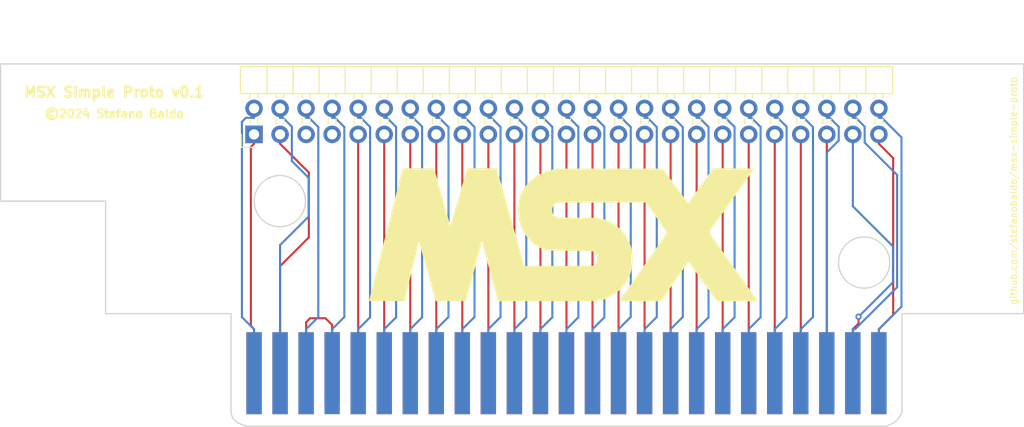
<source format=kicad_pcb>
(kicad_pcb (version 20240108) (generator "pcbnew") (generator_version "8.0")
  (title_block (title "MSX Simple Proto") (date "2024-07-05") (rev "0.1"))
  (layers (0 "F.Cu" signal) (31 "B.Cu" signal) (34 "B.Paste" user) (35 "F.Paste" user) (36 "B.SilkS" user "B.Silkscreen") (37 "F.SilkS" user "F.Silkscreen") (38 "B.Mask" user) (39 "F.Mask" user) (44 "Edge.Cuts" user))
  (net 0 "")
  (net 1 "-12V")
  (net 2 "+12V")
  (net 3 "RSV")
  (net 4 "D6")
  (net 5 "D4")
  (net 6 "D2")
  (net 7 "A4")
  (net 8 "D0")
  (net 9 "A2")
  (net 10 "A0")
  (net 11 "A13")
  (net 12 "A8")
  (net 13 "A6")
  (net 14 "A10")
  (net 15 "A15")
  (net 16 "+5V")
  (net 17 "D7")
  (net 18 "D5")
  (net 19 "D3")
  (net 20 "D1")
  (net 21 "A5")
  (net 22 "A3")
  (net 23 "A1")
  (net 24 "A14")
  (net 25 "A12")
  (net 26 "A7")
  (net 27 "A11")
  (net 28 "A9")
  (net 29 "/CS12")
  (net 30 "/CS1")
  (net 31 "/WAIT")
  (net 32 "/M1")
  (net 33 "/IORQ")
  (net 34 "/WR")
  (net 35 "/RESET")
  (net 36 "SOUNDIN")
  (net 37 "CLOCK")
  (net 38 "/RD")
  (net 39 "/MERQ")
  (net 40 "/BUSDIR")
  (net 41 "/INT")
  (net 42 "/RFSH")
  (net 43 "/SLTSL")
  (net 44 "/CS2")
  (net 45 "GND")
  (net 46 "SW")
  (footprint "MSXFPLib:MSX_CART_SW_Official" (layer "F.Cu") (at 151.71 99.66)
    (property "Reference" "CART1" (hide yes))
    (property "Value" "MSX_BUS" (hide yes))
    (fp_line (start -48.9 13.4) (end -48.9 0) (stroke (width 0.12)) (layer "Edge.Cuts"))
    (fp_line (start -48.9 13.4) (end -38.66 13.4) (stroke (width 0.12)) (layer "Edge.Cuts"))
    (fp_line (start -38.66 13.4) (end -38.66 24.388435) (stroke (width 0.12)) (layer "Edge.Cuts"))
    (fp_line (start -38.66 24.388435) (end -26.42 24.388435) (stroke (width 0.12)) (layer "Edge.Cuts"))
    (fp_line (start -26.42 34.091713) (end -26.42 24.388435) (stroke (width 0.12)) (layer "Edge.Cuts"))
    (fp_line (start -26.42 34.091713) (end -26.268836 34.609987) (stroke (width 0.12)) (layer "Edge.Cuts"))
    (fp_line (start -26.268836 34.609987) (end -25.815346 35.041883) (stroke (width 0.12)) (layer "Edge.Cuts"))
    (fp_line (start -25.815346 35.041883) (end -24.892279 35.390806) (stroke (width 0.12)) (layer "Edge.Cuts"))
    (fp_line (start -24.892279 35.390806) (end 37.500957 35.390806) (stroke (width 0.12)) (layer "Edge.Cuts"))
    (fp_line (start 37.500957 35.390806) (end 38.24498 35.044512) (stroke (width 0.12)) (layer "Edge.Cuts"))
    (fp_line (start 38.24498 35.044512) (end 38.647705 34.674006) (stroke (width 0.12)) (layer "Edge.Cuts"))
    (fp_line (start 38.647705 34.674006) (end 39.03 34.091713) (stroke (width 0.12)) (layer "Edge.Cuts"))
    (fp_line (start 39.03 24.388435) (end 39.03 34.091713) (stroke (width 0.12)) (layer "Edge.Cuts"))
    (fp_line (start 39.03 24.388435) (end 50.9 24.388435) (stroke (width 0.12)) (layer "Edge.Cuts"))
    (fp_line (start 50.9 0) (end -48.9 0) (stroke (width 0.12)) (layer "Edge.Cuts"))
    (fp_line (start 50.9 0) (end 50.9 24.388435) (stroke (width 0.12)) (layer "Edge.Cuts"))
    (fp_circle (center -21.66 13.4) (end -19.16 13.4) (stroke (width 0.12)) (fill none) (layer "Edge.Cuts"))
    (fp_circle (center 35.34 19.4) (end 37.84 19.4) (stroke (width 0.12)) (fill none) (layer "Edge.Cuts"))
    (pad "1" connect rect (at 36.782025 30.207202) (size 1.5 8) (layers "B.Cu" "B.Mask") (net 30 "/CS1"))
    (pad "2" connect rect (at 36.782025 30.207202) (size 1.5 8) (layers "F.Cu" "F.Mask") (net 44 "/CS2"))
    (pad "3" connect rect (at 34.242025 30.207202) (size 1.5 8) (layers "B.Cu" "B.Mask") (net 29 "/CS12"))
    (pad "4" connect rect (at 34.242025 30.207202) (size 1.5 8) (layers "F.Cu" "F.Mask") (net 43 "/SLTSL"))
    (pad "5" connect rect (at 31.702025 30.207202) (size 1.5 8) (layers "B.Cu" "B.Mask") (net 3 "RSV"))
    (pad "6" connect rect (at 31.702025 30.207202) (size 1.5 8) (layers "F.Cu" "F.Mask") (net 42 "/RFSH"))
    (pad "7" connect rect (at 29.162025 30.207202) (size 1.5 8) (layers "B.Cu" "B.Mask") (net 31 "/WAIT"))
    (pad "8" connect rect (at 29.162025 30.207202) (size 1.5 8) (layers "F.Cu" "F.Mask") (net 41 "/INT"))
    (pad "9" connect rect (at 26.622025 30.207202) (size 1.5 8) (layers "B.Cu" "B.Mask") (net 32 "/M1"))
    (pad "10" connect rect (at 26.622025 30.207202) (size 1.5 8) (layers "F.Cu" "F.Mask") (net 40 "/BUSDIR"))
    (pad "11" connect rect (at 24.082025 30.207202) (size 1.5 8) (layers "B.Cu" "B.Mask") (net 33 "/IORQ"))
    (pad "12" connect rect (at 24.082025 30.207202) (size 1.5 8) (layers "F.Cu" "F.Mask") (net 39 "/MERQ"))
    (pad "13" connect rect (at 21.542025 30.207202) (size 1.5 8) (layers "B.Cu" "B.Mask") (net 34 "/WR"))
    (pad "14" connect rect (at 21.542025 30.207202) (size 1.5 8) (layers "F.Cu" "F.Mask") (net 38 "/RD"))
    (pad "15" connect rect (at 19.002025 30.207202) (size 1.5 8) (layers "B.Cu" "B.Mask") (net 35 "/RESET"))
    (pad "16" connect rect (at 19.002025 30.207202) (size 1.5 8) (layers "F.Cu" "F.Mask") (net 3 "RSV"))
    (pad "17" connect rect (at 16.462025 30.207202) (size 1.5 8) (layers "B.Cu" "B.Mask") (net 28 "A9"))
    (pad "18" connect rect (at 16.462025 30.207202) (size 1.5 8) (layers "F.Cu" "F.Mask") (net 15 "A15"))
    (pad "19" connect rect (at 13.922025 30.207202) (size 1.5 8) (layers "B.Cu" "B.Mask") (net 27 "A11"))
    (pad "20" connect rect (at 13.922025 30.207202) (size 1.5 8) (layers "F.Cu" "F.Mask") (net 14 "A10"))
    (pad "21" connect rect (at 11.382025 30.207202) (size 1.5 8) (layers "B.Cu" "B.Mask") (net 26 "A7"))
    (pad "22" connect rect (at 11.382025 30.207202) (size 1.5 8) (layers "F.Cu" "F.Mask") (net 13 "A6"))
    (pad "23" connect rect (at 8.842025 30.207202) (size 1.5 8) (layers "B.Cu" "B.Mask") (net 25 "A12"))
    (pad "24" connect rect (at 8.842025 30.207202) (size 1.5 8) (layers "F.Cu" "F.Mask") (net 12 "A8"))
    (pad "25" connect rect (at 6.302025 30.207202) (size 1.5 8) (layers "B.Cu" "B.Mask") (net 24 "A14"))
    (pad "26" connect rect (at 6.302025 30.207202) (size 1.5 8) (layers "F.Cu" "F.Mask") (net 11 "A13"))
    (pad "27" connect rect (at 3.762025 30.207202) (size 1.5 8) (layers "B.Cu" "B.Mask") (net 23 "A1"))
    (pad "28" connect rect (at 3.762025 30.207202) (size 1.5 8) (layers "F.Cu" "F.Mask") (net 10 "A0"))
    (pad "29" connect rect (at 1.222025 30.207202) (size 1.5 8) (layers "B.Cu" "B.Mask") (net 22 "A3"))
    (pad "30" connect rect (at 1.222025 30.207202) (size 1.5 8) (layers "F.Cu" "F.Mask") (net 9 "A2"))
    (pad "31" connect rect (at -1.317975 30.207202) (size 1.5 8) (layers "B.Cu" "B.Mask") (net 21 "A5"))
    (pad "32" connect rect (at -1.317975 30.207202) (size 1.5 8) (layers "F.Cu" "F.Mask") (net 7 "A4"))
    (pad "33" connect rect (at -3.857975 30.207202) (size 1.5 8) (layers "B.Cu" "B.Mask") (net 20 "D1"))
    (pad "34" connect rect (at -3.857975 30.207202) (size 1.5 8) (layers "F.Cu" "F.Mask") (net 8 "D0"))
    (pad "35" connect rect (at -6.397975 30.207202) (size 1.5 8) (layers "B.Cu" "B.Mask") (net 19 "D3"))
    (pad "36" connect rect (at -6.397975 30.207202) (size 1.5 8) (layers "F.Cu" "F.Mask") (net 6 "D2"))
    (pad "37" connect rect (at -8.937975 30.207202) (size 1.5 8) (layers "B.Cu" "B.Mask") (net 18 "D5"))
    (pad "38" connect rect (at -8.937975 30.207202) (size 1.5 8) (layers "F.Cu" "F.Mask") (net 5 "D4"))
    (pad "39" connect rect (at -11.477975 30.207202) (size 1.5 8) (layers "B.Cu" "B.Mask") (net 17 "D7"))
    (pad "40" connect rect (at -11.477975 30.207202) (size 1.5 8) (layers "F.Cu" "F.Mask") (net 4 "D6"))
    (pad "41" connect rect (at -14.017975 30.207202) (size 1.5 8) (layers "B.Cu" "B.Mask") (net 45 "GND"))
    (pad "42" connect rect (at -14.017975 30.207202) (size 1.5 8) (layers "F.Cu" "F.Mask") (net 37 "CLOCK"))
    (pad "43" connect rect (at -16.557975 30.207202) (size 1.5 8) (layers "B.Cu" "B.Mask") (net 45 "GND"))
    (pad "44" connect rect (at -16.563467 29.69985) (size 1.5 7) (layers "F.Cu" "F.Mask") (net 46 "SW"))
    (pad "45" connect rect (at -19.097975 30.207202) (size 1.5 8) (layers "B.Cu" "B.Mask") (net 16 "+5V"))
    (pad "46" connect rect (at -19.097975 30.207202) (size 1.5 8) (layers "F.Cu" "F.Mask") (net 46 "SW"))
    (pad "47" connect rect (at -21.637975 30.207202) (size 1.5 8) (layers "B.Cu" "B.Mask") (net 16 "+5V"))
    (pad "48" connect rect (at -21.637975 30.207202) (size 1.5 8) (layers "F.Cu" "F.Mask") (net 2 "+12V"))
    (pad "49" connect rect (at -24.177975 30.207202) (size 1.5 8) (layers "B.Cu" "B.Mask") (net 36 "SOUNDIN"))
    (pad "50" connect rect (at -24.177975 30.207202) (size 1.5 8) (layers "F.Cu" "F.Mask") (net 1 "-12V"))
  )
  (footprint "Connector_PinHeader_2.54mm:PinHeader_2x25_P2.54mm_Horizontal" (layer "F.Cu") (at 127.532 106.54 90)
    (property "Reference" "CONN1" (hide yes))
    (property "Value" "PinHeader_2x25_P2.54mm_Horizontal" (hide yes))
    (fp_line (start 6.64 -1.33) (end 3.98 -1.33) (stroke (width 0.12)) (layer "F.SilkS"))
    (fp_line (start 3.98 -1.33) (end 3.98 62.29) (stroke (width 0.12)) (layer "F.SilkS"))
    (fp_line (start -1.27 -1.27) (end 0 -1.27) (stroke (width 0.12)) (layer "F.SilkS"))
    (fp_line (start 3.582929 -0.38) (end 3.98 -0.38) (stroke (width 0.12)) (layer "F.SilkS"))
    (fp_line (start 1.11 -0.38) (end 1.497071 -0.38) (stroke (width 0.12)) (layer "F.SilkS"))
    (fp_line (start -1.27 0) (end -1.27 -1.27) (stroke (width 0.12)) (layer "F.SilkS"))
    (fp_line (start 3.582929 0.38) (end 3.98 0.38) (stroke (width 0.12)) (layer "F.SilkS"))
    (fp_line (start 1.11 0.38) (end 1.497071 0.38) (stroke (width 0.12)) (layer "F.SilkS"))
    (fp_line (start 3.98 1.27) (end 6.64 1.27) (stroke (width 0.12)) (layer "F.SilkS"))
    (fp_line (start 3.582929 2.16) (end 3.98 2.16) (stroke (width 0.12)) (layer "F.SilkS"))
    (fp_line (start 1.042929 2.16) (end 1.497071 2.16) (stroke (width 0.12)) (layer "F.SilkS"))
    (fp_line (start 3.582929 2.92) (end 3.98 2.92) (stroke (width 0.12)) (layer "F.SilkS"))
    (fp_line (start 1.042929 2.92) (end 1.497071 2.92) (stroke (width 0.12)) (layer "F.SilkS"))
    (fp_line (start 3.98 3.81) (end 6.64 3.81) (stroke (width 0.12)) (layer "F.SilkS"))
    (fp_line (start 3.582929 4.7) (end 3.98 4.7) (stroke (width 0.12)) (layer "F.SilkS"))
    (fp_line (start 1.042929 4.7) (end 1.497071 4.7) (stroke (width 0.12)) (layer "F.SilkS"))
    (fp_line (start 3.582929 5.46) (end 3.98 5.46) (stroke (width 0.12)) (layer "F.SilkS"))
    (fp_line (start 1.042929 5.46) (end 1.497071 5.46) (stroke (width 0.12)) (layer "F.SilkS"))
    (fp_line (start 3.98 6.35) (end 6.64 6.35) (stroke (width 0.12)) (layer "F.SilkS"))
    (fp_line (start 3.582929 7.24) (end 3.98 7.24) (stroke (width 0.12)) (layer "F.SilkS"))
    (fp_line (start 1.042929 7.24) (end 1.497071 7.24) (stroke (width 0.12)) (layer "F.SilkS"))
    (fp_line (start 3.582929 8) (end 3.98 8) (stroke (width 0.12)) (layer "F.SilkS"))
    (fp_line (start 1.042929 8) (end 1.497071 8) (stroke (width 0.12)) (layer "F.SilkS"))
    (fp_line (start 3.98 8.89) (end 6.64 8.89) (stroke (width 0.12)) (layer "F.SilkS"))
    (fp_line (start 3.582929 9.78) (end 3.98 9.78) (stroke (width 0.12)) (layer "F.SilkS"))
    (fp_line (start 1.042929 9.78) (end 1.497071 9.78) (stroke (width 0.12)) (layer "F.SilkS"))
    (fp_line (start 3.582929 10.54) (end 3.98 10.54) (stroke (width 0.12)) (layer "F.SilkS"))
    (fp_line (start 1.042929 10.54) (end 1.497071 10.54) (stroke (width 0.12)) (layer "F.SilkS"))
    (fp_line (start 3.98 11.43) (end 6.64 11.43) (stroke (width 0.12)) (layer "F.SilkS"))
    (fp_line (start 3.582929 12.32) (end 3.98 12.32) (stroke (width 0.12)) (layer "F.SilkS"))
    (fp_line (start 1.042929 12.32) (end 1.497071 12.32) (stroke (width 0.12)) (layer "F.SilkS"))
    (fp_line (start 3.582929 13.08) (end 3.98 13.08) (stroke (width 0.12)) (layer "F.SilkS"))
    (fp_line (start 1.042929 13.08) (end 1.497071 13.08) (stroke (width 0.12)) (layer "F.SilkS"))
    (fp_line (start 3.98 13.97) (end 6.64 13.97) (stroke (width 0.12)) (layer "F.SilkS"))
    (fp_line (start 3.582929 14.86) (end 3.98 14.86) (stroke (width 0.12)) (layer "F.SilkS"))
    (fp_line (start 1.042929 14.86) (end 1.497071 14.86) (stroke (width 0.12)) (layer "F.SilkS"))
    (fp_line (start 3.582929 15.62) (end 3.98 15.62) (stroke (width 0.12)) (layer "F.SilkS"))
    (fp_line (start 1.042929 15.62) (end 1.497071 15.62) (stroke (width 0.12)) (layer "F.SilkS"))
    (fp_line (start 3.98 16.51) (end 6.64 16.51) (stroke (width 0.12)) (layer "F.SilkS"))
    (fp_line (start 3.582929 17.4) (end 3.98 17.4) (stroke (width 0.12)) (layer "F.SilkS"))
    (fp_line (start 1.042929 17.4) (end 1.497071 17.4) (stroke (width 0.12)) (layer "F.SilkS"))
    (fp_line (start 3.582929 18.16) (end 3.98 18.16) (stroke (width 0.12)) (layer "F.SilkS"))
    (fp_line (start 1.042929 18.16) (end 1.497071 18.16) (stroke (width 0.12)) (layer "F.SilkS"))
    (fp_line (start 3.98 19.05) (end 6.64 19.05) (stroke (width 0.12)) (layer "F.SilkS"))
    (fp_line (start 3.582929 19.94) (end 3.98 19.94) (stroke (width 0.12)) (layer "F.SilkS"))
    (fp_line (start 1.042929 19.94) (end 1.497071 19.94) (stroke (width 0.12)) (layer "F.SilkS"))
    (fp_line (start 3.582929 20.7) (end 3.98 20.7) (stroke (width 0.12)) (layer "F.SilkS"))
    (fp_line (start 1.042929 20.7) (end 1.497071 20.7) (stroke (width 0.12)) (layer "F.SilkS"))
    (fp_line (start 3.98 21.59) (end 6.64 21.59) (stroke (width 0.12)) (layer "F.SilkS"))
    (fp_line (start 3.582929 22.48) (end 3.98 22.48) (stroke (width 0.12)) (layer "F.SilkS"))
    (fp_line (start 1.042929 22.48) (end 1.497071 22.48) (stroke (width 0.12)) (layer "F.SilkS"))
    (fp_line (start 3.582929 23.24) (end 3.98 23.24) (stroke (width 0.12)) (layer "F.SilkS"))
    (fp_line (start 1.042929 23.24) (end 1.497071 23.24) (stroke (width 0.12)) (layer "F.SilkS"))
    (fp_line (start 3.98 24.13) (end 6.64 24.13) (stroke (width 0.12)) (layer "F.SilkS"))
    (fp_line (start 3.582929 25.02) (end 3.98 25.02) (stroke (width 0.12)) (layer "F.SilkS"))
    (fp_line (start 1.042929 25.02) (end 1.497071 25.02) (stroke (width 0.12)) (layer "F.SilkS"))
    (fp_line (start 3.582929 25.78) (end 3.98 25.78) (stroke (width 0.12)) (layer "F.SilkS"))
    (fp_line (start 1.042929 25.78) (end 1.497071 25.78) (stroke (width 0.12)) (layer "F.SilkS"))
    (fp_line (start 3.98 26.67) (end 6.64 26.67) (stroke (width 0.12)) (layer "F.SilkS"))
    (fp_line (start 3.582929 27.56) (end 3.98 27.56) (stroke (width 0.12)) (layer "F.SilkS"))
    (fp_line (start 1.042929 27.56) (end 1.497071 27.56) (stroke (width 0.12)) (layer "F.SilkS"))
    (fp_line (start 3.582929 28.32) (end 3.98 28.32) (stroke (width 0.12)) (layer "F.SilkS"))
    (fp_line (start 1.042929 28.32) (end 1.497071 28.32) (stroke (width 0.12)) (layer "F.SilkS"))
    (fp_line (start 3.98 29.21) (end 6.64 29.21) (stroke (width 0.12)) (layer "F.SilkS"))
    (fp_line (start 3.582929 30.1) (end 3.98 30.1) (stroke (width 0.12)) (layer "F.SilkS"))
    (fp_line (start 1.042929 30.1) (end 1.497071 30.1) (stroke (width 0.12)) (layer "F.SilkS"))
    (fp_line (start 3.582929 30.86) (end 3.98 30.86) (stroke (width 0.12)) (layer "F.SilkS"))
    (fp_line (start 1.042929 30.86) (end 1.497071 30.86) (stroke (width 0.12)) (layer "F.SilkS"))
    (fp_line (start 3.98 31.75) (end 6.64 31.75) (stroke (width 0.12)) (layer "F.SilkS"))
    (fp_line (start 3.582929 32.64) (end 3.98 32.64) (stroke (width 0.12)) (layer "F.SilkS"))
    (fp_line (start 1.042929 32.64) (end 1.497071 32.64) (stroke (width 0.12)) (layer "F.SilkS"))
    (fp_line (start 3.582929 33.4) (end 3.98 33.4) (stroke (width 0.12)) (layer "F.SilkS"))
    (fp_line (start 1.042929 33.4) (end 1.497071 33.4) (stroke (width 0.12)) (layer "F.SilkS"))
    (fp_line (start 3.98 34.29) (end 6.64 34.29) (stroke (width 0.12)) (layer "F.SilkS"))
    (fp_line (start 3.582929 35.18) (end 3.98 35.18) (stroke (width 0.12)) (layer "F.SilkS"))
    (fp_line (start 1.042929 35.18) (end 1.497071 35.18) (stroke (width 0.12)) (layer "F.SilkS"))
    (fp_line (start 3.582929 35.94) (end 3.98 35.94) (stroke (width 0.12)) (layer "F.SilkS"))
    (fp_line (start 1.042929 35.94) (end 1.497071 35.94) (stroke (width 0.12)) (layer "F.SilkS"))
    (fp_line (start 3.98 36.83) (end 6.64 36.83) (stroke (width 0.12)) (layer "F.SilkS"))
    (fp_line (start 3.582929 37.72) (end 3.98 37.72) (stroke (width 0.12)) (layer "F.SilkS"))
    (fp_line (start 1.042929 37.72) (end 1.497071 37.72) (stroke (width 0.12)) (layer "F.SilkS"))
    (fp_line (start 3.582929 38.48) (end 3.98 38.48) (stroke (width 0.12)) (layer "F.SilkS"))
    (fp_line (start 1.042929 38.48) (end 1.497071 38.48) (stroke (width 0.12)) (layer "F.SilkS"))
    (fp_line (start 3.98 39.37) (end 6.64 39.37) (stroke (width 0.12)) (layer "F.SilkS"))
    (fp_line (start 3.582929 40.26) (end 3.98 40.26) (stroke (width 0.12)) (layer "F.SilkS"))
    (fp_line (start 1.042929 40.26) (end 1.497071 40.26) (stroke (width 0.12)) (layer "F.SilkS"))
    (fp_line (start 3.582929 41.02) (end 3.98 41.02) (stroke (width 0.12)) (layer "F.SilkS"))
    (fp_line (start 1.042929 41.02) (end 1.497071 41.02) (stroke (width 0.12)) (layer "F.SilkS"))
    (fp_line (start 3.98 41.91) (end 6.64 41.91) (stroke (width 0.12)) (layer "F.SilkS"))
    (fp_line (start 3.582929 42.8) (end 3.98 42.8) (stroke (width 0.12)) (layer "F.SilkS"))
    (fp_line (start 1.042929 42.8) (end 1.497071 42.8) (stroke (width 0.12)) (layer "F.SilkS"))
    (fp_line (start 3.582929 43.56) (end 3.98 43.56) (stroke (width 0.12)) (layer "F.SilkS"))
    (fp_line (start 1.042929 43.56) (end 1.497071 43.56) (stroke (width 0.12)) (layer "F.SilkS"))
    (fp_line (start 3.98 44.45) (end 6.64 44.45) (stroke (width 0.12)) (layer "F.SilkS"))
    (fp_line (start 3.582929 45.34) (end 3.98 45.34) (stroke (width 0.12)) (layer "F.SilkS"))
    (fp_line (start 1.042929 45.34) (end 1.497071 45.34) (stroke (width 0.12)) (layer "F.SilkS"))
    (fp_line (start 3.582929 46.1) (end 3.98 46.1) (stroke (width 0.12)) (layer "F.SilkS"))
    (fp_line (start 1.042929 46.1) (end 1.497071 46.1) (stroke (width 0.12)) (layer "F.SilkS"))
    (fp_line (start 3.98 46.99) (end 6.64 46.99) (stroke (width 0.12)) (layer "F.SilkS"))
    (fp_line (start 3.582929 47.88) (end 3.98 47.88) (stroke (width 0.12)) (layer "F.SilkS"))
    (fp_line (start 1.042929 47.88) (end 1.497071 47.88) (stroke (width 0.12)) (layer "F.SilkS"))
    (fp_line (start 3.582929 48.64) (end 3.98 48.64) (stroke (width 0.12)) (layer "F.SilkS"))
    (fp_line (start 1.042929 48.64) (end 1.497071 48.64) (stroke (width 0.12)) (layer "F.SilkS"))
    (fp_line (start 3.98 49.53) (end 6.64 49.53) (stroke (width 0.12)) (layer "F.SilkS"))
    (fp_line (start 3.582929 50.42) (end 3.98 50.42) (stroke (width 0.12)) (layer "F.SilkS"))
    (fp_line (start 1.042929 50.42) (end 1.497071 50.42) (stroke (width 0.12)) (layer "F.SilkS"))
    (fp_line (start 3.582929 51.18) (end 3.98 51.18) (stroke (width 0.12)) (layer "F.SilkS"))
    (fp_line (start 1.042929 51.18) (end 1.497071 51.18) (stroke (width 0.12)) (layer "F.SilkS"))
    (fp_line (start 3.98 52.07) (end 6.64 52.07) (stroke (width 0.12)) (layer "F.SilkS"))
    (fp_line (start 3.582929 52.96) (end 3.98 52.96) (stroke (width 0.12)) (layer "F.SilkS"))
    (fp_line (start 1.042929 52.96) (end 1.497071 52.96) (stroke (width 0.12)) (layer "F.SilkS"))
    (fp_line (start 3.582929 53.72) (end 3.98 53.72) (stroke (width 0.12)) (layer "F.SilkS"))
    (fp_line (start 1.042929 53.72) (end 1.497071 53.72) (stroke (width 0.12)) (layer "F.SilkS"))
    (fp_line (start 3.98 54.61) (end 6.64 54.61) (stroke (width 0.12)) (layer "F.SilkS"))
    (fp_line (start 3.582929 55.5) (end 3.98 55.5) (stroke (width 0.12)) (layer "F.SilkS"))
    (fp_line (start 1.042929 55.5) (end 1.497071 55.5) (stroke (width 0.12)) (layer "F.SilkS"))
    (fp_line (start 3.582929 56.26) (end 3.98 56.26) (stroke (width 0.12)) (layer "F.SilkS"))
    (fp_line (start 1.042929 56.26) (end 1.497071 56.26) (stroke (width 0.12)) (layer "F.SilkS"))
    (fp_line (start 3.98 57.15) (end 6.64 57.15) (stroke (width 0.12)) (layer "F.SilkS"))
    (fp_line (start 3.582929 58.04) (end 3.98 58.04) (stroke (width 0.12)) (layer "F.SilkS"))
    (fp_line (start 1.042929 58.04) (end 1.497071 58.04) (stroke (width 0.12)) (layer "F.SilkS"))
    (fp_line (start 3.582929 58.8) (end 3.98 58.8) (stroke (width 0.12)) (layer "F.SilkS"))
    (fp_line (start 1.042929 58.8) (end 1.497071 58.8) (stroke (width 0.12)) (layer "F.SilkS"))
    (fp_line (start 3.98 59.69) (end 6.64 59.69) (stroke (width 0.12)) (layer "F.SilkS"))
    (fp_line (start 3.582929 60.58) (end 3.98 60.58) (stroke (width 0.12)) (layer "F.SilkS"))
    (fp_line (start 1.042929 60.58) (end 1.497071 60.58) (stroke (width 0.12)) (layer "F.SilkS"))
    (fp_line (start 3.582929 61.34) (end 3.98 61.34) (stroke (width 0.12)) (layer "F.SilkS"))
    (fp_line (start 1.042929 61.34) (end 1.497071 61.34) (stroke (width 0.12)) (layer "F.SilkS"))
    (fp_line (start 6.64 62.29) (end 6.64 -1.33) (stroke (width 0.12)) (layer "F.SilkS"))
    (fp_line (start 3.98 62.29) (end 6.64 62.29) (stroke (width 0.12)) (layer "F.SilkS"))
    (pad "1" thru_hole oval (at 2.54 60.96 90) (size 1.7 1.7) (drill 1) (layers "*.Cu" "*.Mask") (net 30 "/CS1"))
    (pad "2" thru_hole oval (at 0 60.96 90) (size 1.7 1.7) (drill 1) (layers "*.Cu" "*.Mask") (net 44 "/CS2"))
    (pad "3" thru_hole oval (at 2.54 58.42 90) (size 1.7 1.7) (drill 1) (layers "*.Cu" "*.Mask") (net 29 "/CS12"))
    (pad "4" thru_hole oval (at 0 58.42 90) (size 1.7 1.7) (drill 1) (layers "*.Cu" "*.Mask") (net 43 "/SLTSL"))
    (pad "5" thru_hole oval (at 2.54 55.88 90) (size 1.7 1.7) (drill 1) (layers "*.Cu" "*.Mask") (net 3 "RSV"))
    (pad "6" thru_hole oval (at 0 55.88 90) (size 1.7 1.7) (drill 1) (layers "*.Cu" "*.Mask") (net 42 "/RFSH"))
    (pad "7" thru_hole oval (at 2.54 53.34 90) (size 1.7 1.7) (drill 1) (layers "*.Cu" "*.Mask") (net 31 "/WAIT"))
    (pad "8" thru_hole oval (at 0 53.34 90) (size 1.7 1.7) (drill 1) (layers "*.Cu" "*.Mask") (net 41 "/INT"))
    (pad "9" thru_hole oval (at 2.54 50.8 90) (size 1.7 1.7) (drill 1) (layers "*.Cu" "*.Mask") (net 32 "/M1"))
    (pad "10" thru_hole oval (at 0 50.8 90) (size 1.7 1.7) (drill 1) (layers "*.Cu" "*.Mask") (net 40 "/BUSDIR"))
    (pad "11" thru_hole oval (at 2.54 48.26 90) (size 1.7 1.7) (drill 1) (layers "*.Cu" "*.Mask") (net 33 "/IORQ"))
    (pad "12" thru_hole oval (at 0 48.26 90) (size 1.7 1.7) (drill 1) (layers "*.Cu" "*.Mask") (net 39 "/MERQ"))
    (pad "13" thru_hole oval (at 2.54 45.72 90) (size 1.7 1.7) (drill 1) (layers "*.Cu" "*.Mask") (net 34 "/WR"))
    (pad "14" thru_hole oval (at 0 45.72 90) (size 1.7 1.7) (drill 1) (layers "*.Cu" "*.Mask") (net 38 "/RD"))
    (pad "15" thru_hole oval (at 2.54 43.18 90) (size 1.7 1.7) (drill 1) (layers "*.Cu" "*.Mask") (net 35 "/RESET"))
    (pad "16" thru_hole oval (at 0 43.18 90) (size 1.7 1.7) (drill 1) (layers "*.Cu" "*.Mask") (net 3 "RSV"))
    (pad "17" thru_hole oval (at 2.54 40.64 90) (size 1.7 1.7) (drill 1) (layers "*.Cu" "*.Mask") (net 28 "A9"))
    (pad "18" thru_hole oval (at 0 40.64 90) (size 1.7 1.7) (drill 1) (layers "*.Cu" "*.Mask") (net 15 "A15"))
    (pad "19" thru_hole oval (at 2.54 38.1 90) (size 1.7 1.7) (drill 1) (layers "*.Cu" "*.Mask") (net 27 "A11"))
    (pad "20" thru_hole oval (at 0 38.1 90) (size 1.7 1.7) (drill 1) (layers "*.Cu" "*.Mask") (net 14 "A10"))
    (pad "21" thru_hole oval (at 2.54 35.56 90) (size 1.7 1.7) (drill 1) (layers "*.Cu" "*.Mask") (net 26 "A7"))
    (pad "22" thru_hole oval (at 0 35.56 90) (size 1.7 1.7) (drill 1) (layers "*.Cu" "*.Mask") (net 13 "A6"))
    (pad "23" thru_hole oval (at 2.54 33.02 90) (size 1.7 1.7) (drill 1) (layers "*.Cu" "*.Mask") (net 25 "A12"))
    (pad "24" thru_hole oval (at 0 33.02 90) (size 1.7 1.7) (drill 1) (layers "*.Cu" "*.Mask") (net 12 "A8"))
    (pad "25" thru_hole oval (at 2.54 30.48 90) (size 1.7 1.7) (drill 1) (layers "*.Cu" "*.Mask") (net 24 "A14"))
    (pad "26" thru_hole oval (at 0 30.48 90) (size 1.7 1.7) (drill 1) (layers "*.Cu" "*.Mask") (net 11 "A13"))
    (pad "27" thru_hole oval (at 2.54 27.94 90) (size 1.7 1.7) (drill 1) (layers "*.Cu" "*.Mask") (net 23 "A1"))
    (pad "28" thru_hole oval (at 0 27.94 90) (size 1.7 1.7) (drill 1) (layers "*.Cu" "*.Mask") (net 10 "A0"))
    (pad "29" thru_hole oval (at 2.54 25.4 90) (size 1.7 1.7) (drill 1) (layers "*.Cu" "*.Mask") (net 22 "A3"))
    (pad "30" thru_hole oval (at 0 25.4 90) (size 1.7 1.7) (drill 1) (layers "*.Cu" "*.Mask") (net 9 "A2"))
    (pad "31" thru_hole oval (at 2.54 22.86 90) (size 1.7 1.7) (drill 1) (layers "*.Cu" "*.Mask") (net 21 "A5"))
    (pad "32" thru_hole oval (at 0 22.86 90) (size 1.7 1.7) (drill 1) (layers "*.Cu" "*.Mask") (net 7 "A4"))
    (pad "33" thru_hole oval (at 2.54 20.32 90) (size 1.7 1.7) (drill 1) (layers "*.Cu" "*.Mask") (net 20 "D1"))
    (pad "34" thru_hole oval (at 0 20.32 90) (size 1.7 1.7) (drill 1) (layers "*.Cu" "*.Mask") (net 8 "D0"))
    (pad "35" thru_hole oval (at 2.54 17.78 90) (size 1.7 1.7) (drill 1) (layers "*.Cu" "*.Mask") (net 19 "D3"))
    (pad "36" thru_hole oval (at 0 17.78 90) (size 1.7 1.7) (drill 1) (layers "*.Cu" "*.Mask") (net 6 "D2"))
    (pad "37" thru_hole oval (at 2.54 15.24 90) (size 1.7 1.7) (drill 1) (layers "*.Cu" "*.Mask") (net 18 "D5"))
    (pad "38" thru_hole oval (at 0 15.24 90) (size 1.7 1.7) (drill 1) (layers "*.Cu" "*.Mask") (net 5 "D4"))
    (pad "39" thru_hole oval (at 2.54 12.7 90) (size 1.7 1.7) (drill 1) (layers "*.Cu" "*.Mask") (net 17 "D7"))
    (pad "40" thru_hole oval (at 0 12.7 90) (size 1.7 1.7) (drill 1) (layers "*.Cu" "*.Mask") (net 4 "D6"))
    (pad "41" thru_hole oval (at 2.54 10.16 90) (size 1.7 1.7) (drill 1) (layers "*.Cu" "*.Mask") (net 45 "GND"))
    (pad "42" thru_hole oval (at 0 10.16 90) (size 1.7 1.7) (drill 1) (layers "*.Cu" "*.Mask") (net 37 "CLOCK"))
    (pad "43" thru_hole oval (at 2.54 7.62 90) (size 1.7 1.7) (drill 1) (layers "*.Cu" "*.Mask") (net 45 "GND"))
    (pad "44" thru_hole oval (at 0 7.62 90) (size 1.7 1.7) (drill 1) (layers "*.Cu" "*.Mask") (net 46 "SW"))
    (pad "45" thru_hole oval (at 2.54 5.08 90) (size 1.7 1.7) (drill 1) (layers "*.Cu" "*.Mask") (net 16 "+5V"))
    (pad "46" thru_hole oval (at 0 5.08 90) (size 1.7 1.7) (drill 1) (layers "*.Cu" "*.Mask") (net 46 "SW"))
    (pad "47" thru_hole oval (at 2.54 2.54 90) (size 1.7 1.7) (drill 1) (layers "*.Cu" "*.Mask") (net 16 "+5V"))
    (pad "48" thru_hole oval (at 0 2.54 90) (size 1.7 1.7) (drill 1) (layers "*.Cu" "*.Mask") (net 2 "+12V"))
    (pad "49" thru_hole oval (at 2.54 0 90) (size 1.7 1.7) (drill 1) (layers "*.Cu" "*.Mask") (net 36 "SOUNDIN"))
    (pad "50" thru_hole rect (at 0 0 90) (size 1.7 1.7) (drill 1) (layers "*.Cu" "*.Mask") (net 1 "-12V"))
  )
  (gr_poly (pts (xy 146.682513 115.503292) (xy 148.328892 109.845731) (xy 151.202574 109.845731) (xy 153.89665 119.394736) (xy 160.469769 119.382336) (xy 160.532554 119.377632) (xy 160.591511 119.365129) (xy 160.646608 119.345347) (xy 160.697813 119.318808) (xy 160.745091 119.286033) (xy 160.788412 119.247544) (xy 160.827742 119.203862) (xy 160.863049 119.155509) (xy 160.894301 119.103005) (xy 160.921463 119.046873) (xy 160.944505 118.987633) (xy 160.963393 118.925807) (xy 160.978095 118.861917) (xy 160.988577 118.796483) (xy 160.994809 118.730027) (xy 160.996756 118.663071) (xy 160.994387 118.596135) (xy 160.987668 118.529742) (xy 160.976567 118.464412) (xy 160.961052 118.400667) (xy 160.94109 118.339028) (xy 160.916648 118.280017) (xy 160.887694 118.224155) (xy 160.854195 118.171964) (xy 160.816118 118.123964) (xy 160.773431 118.080677) (xy 160.726102 118.042624) (xy 160.674097 118.010328) (xy 160.617384 117.984308) (xy 160.55593 117.965087) (xy 160.489704 117.953186) (xy 160.418671 117.949127) (xy 156.590727 117.898026) (xy 156.436417 117.894297) (xy 156.281931 117.880276) (xy 156.127619 117.856182) (xy 155.97383 117.822236) (xy 155.820913 117.778659) (xy 155.669217 117.725671) (xy 155.519092 117.663493) (xy 155.370887 117.592345) (xy 155.224951 117.512448) (xy 155.081633 117.424022) (xy 154.941283 117.327287) (xy 154.80425 117.222465) (xy 154.670883 117.109775) (xy 154.541531 116.989439) (xy 154.416544 116.861675) (xy 154.296271 116.726706) (xy 154.181061 116.584752) (xy 154.071263 116.436032) (xy 153.967227 116.280768) (xy 153.869301 116.11918) (xy 153.777836 115.951489) (xy 153.69318 115.777914) (xy 153.615682 115.598677) (xy 153.545693 115.413998) (xy 153.48356 115.224097) (xy 153.429634 115.029196) (xy 153.384264 114.829513) (xy 153.347798 114.625271) (xy 153.320586 114.416689) (xy 153.302977 114.203987) (xy 153.295321 113.987387) (xy 153.297967 113.767109) (xy 153.305069 113.564831) (xy 153.322921 113.365486) (xy 153.351277 113.169305) (xy 153.389889 112.976515) (xy 153.438511 112.787345) (xy 153.496897 112.602025) (xy 153.564798 112.420782) (xy 153.64197 112.243847) (xy 153.728164 112.071448) (xy 153.823134 111.903813) (xy 153.926633 111.741171) (xy 154.038415 111.583752) (xy 154.158232 111.431784) (xy 154.285838 111.285495) (xy 154.420986 111.145116) (xy 154.563429 111.010874) (xy 154.712921 110.882998) (xy 154.869214 110.761717) (xy 155.032062 110.647261) (xy 155.201218 110.539858) (xy 155.376436 110.439736) (xy 155.557468 110.347124) (xy 155.744067 110.262252) (xy 155.935988 110.185349) (xy 156.132982 110.116642) (xy 156.334804 110.056361) (xy 156.541207 110.004735) (xy 156.751943 109.961992) (xy 156.966766 109.928362) (xy 157.185429 109.904072) (xy 157.407685 109.889353) (xy 157.633288 109.884433) (xy 167.396967 109.875665) (xy 169.881505 113.258228) (xy 172.306171 109.845731) (xy 176.347286 109.875665) (xy 171.917029 116.101975) (xy 176.706498 122.853197) (xy 172.68655 122.840797) (xy 169.899042 118.966889) (xy 167.247297 122.840797) (xy 163.146313 122.837165) (xy 167.816047 116.161844) (xy 165.780523 113.198359) (xy 157.293119 113.210758) (xy 157.209091 113.215709) (xy 157.130672 113.228611) (xy 157.057845 113.248928) (xy 156.990593 113.276121) (xy 156.928897 113.309655) (xy 156.872741 113.348992) (xy 156.822108 113.393595) (xy 156.77698 113.442927) (xy 156.737339 113.49645) (xy 156.703169 113.553628) (xy 156.674452 113.613924) (xy 156.651171 113.6768) (xy 156.633309 113.74172) (xy 156.620847 113.808146) (xy 156.613769 113.875541) (xy 156.612058 113.943368) (xy 156.615696 114.011091) (xy 156.624666 114.078171) (xy 156.638951 114.144072) (xy 156.658532 114.208257) (xy 156.683393 114.270188) (xy 156.713517 114.329329) (xy 156.748887 114.385143) (xy 156.789484 114.437091) (xy 156.835291 114.484639) (xy 156.886292 114.527247) (xy 156.942469 114.564379) (xy 157.003804 114.595499) (xy 157.07028 114.620068) (xy 157.141881 114.63755) (xy 157.218588 114.647408) (xy 157.300384 114.649104) (xy 160.876453 114.703837) (xy 161.019867 114.709306) (xy 161.166385 114.723796) (xy 161.315494 114.747183) (xy 161.466682 114.779341) (xy 161.619437 114.820148) (xy 161.773245 114.869477) (xy 161.927595 114.927206) (xy 162.081974 114.993208) (xy 162.23587 115.067361) (xy 162.388769 115.14954) (xy 162.540161 115.239619) (xy 162.689531 115.337476) (xy 162.836369 115.442985) (xy 162.980161 115.556022) (xy 163.120395 115.676463) (xy 163.256558 115.804183) (xy 163.388138 115.939058) (xy 163.514623 116.080964) (xy 163.6355 116.229775) (xy 163.750257 116.385368) (xy 163.858381 116.547619) (xy 163.959359 116.716403) (xy 164.05268 116.891595) (xy 164.137831 117.073071) (xy 164.2143 117.260707) (xy 164.281573 117.454379) (xy 164.339139 117.653961) (xy 164.386485 117.85933) (xy 164.423098 118.070361) (xy 164.448467 118.28693) (xy 164.462079 118.508912) (xy 164.463421 118.736183) (xy 164.458117 118.998898) (xy 164.438353 119.252573) (xy 164.404845 119.497241) (xy 164.358313 119.732933) (xy 164.299474 119.959682) (xy 164.229046 120.17752) (xy 164.147748 120.38648) (xy 164.056298 120.586595) (xy 163.955413 120.777895) (xy 163.845812 120.960414) (xy 163.728214 121.134185) (xy 163.603336 121.299238) (xy 163.471896 121.455608) (xy 163.334612 121.603325) (xy 163.192203 121.742423) (xy 163.045387 121.872934) (xy 162.894882 121.99489) (xy 162.741406 122.108323) (xy 162.428413 122.309751) (xy 162.112155 122.477477) (xy 161.798375 122.61176) (xy 161.492819 122.712858) (xy 161.201232 122.78103) (xy 160.929359 122.816534) (xy 160.682945 122.819631) (xy 151.322312 122.83203) (xy 149.765734 117) (xy 148.209156 122.819631) (xy 145.254439 122.819631) (xy 143.629226 117.029935) (xy 142.201152 122.828399) (xy 138.749954 122.807232) (xy 142.042714 109.845731) (xy 145.096001 109.845731)) (stroke (width -0.000001)) (fill solid) (layer "F.SilkS"))
  (gr_text "github.com/stefanobaldo/msx-simple-proto" (at 202 123.25 90) (layer "F.SilkS") (effects (font (size 0.65 0.65) (thickness 0.1)) (justify left bottom)))
  (gr_text "©2024 Stefano Baldo" (at 107 105 0) (layer "F.SilkS") (effects (font (size 0.8 0.8) (thickness 0.2) (bold yes)) (justify left bottom)))
  (gr_text "MSX Simple Proto v0.1" (at 104.96405 103 0) (layer "F.SilkS") (effects (font (size 1 1) (thickness 0.25) (bold yes)) (justify left bottom)))
  (segment (start 127.2238 107.7699) (end 127.2238 125.2573) (width 0.2) (layer "F.Cu") (net 1))
  (segment (start 127.532 129.8672) (end 127.532 125.5655) (width 0.2) (layer "F.Cu") (net 1))
  (segment (start 127.532 106.31) (end 127.532 107.4617) (width 0.2) (layer "F.Cu") (net 1))
  (segment (start 127.532 107.4617) (end 127.2238 107.7699) (width 0.2) (layer "F.Cu") (net 1))
  (segment (start 127.2238 125.2573) (end 127.532 125.5655) (width 0.2) (layer "F.Cu") (net 1))
  (segment (start 132.8791 116.6021) (end 130.072 119.4092) (width 0.2) (layer "F.Cu") (net 2))
  (segment (start 132.8791 110.2688) (end 132.8791 116.6021) (width 0.2) (layer "F.Cu") (net 2))
  (segment (start 130.072 107.4617) (end 132.8791 110.2688) (width 0.2) (layer "F.Cu") (net 2))
  (segment (start 130.072 106.31) (end 130.072 107.4617) (width 0.2) (layer "F.Cu") (net 2))
  (segment (start 130.072 119.4092) (end 130.072 129.8672) (width 0.2) (layer "F.Cu") (net 2))
  (segment (start 170.712 106.31) (end 170.712 129.8672) (width 0.2) (layer "F.Cu") (net 3))
  (segment (start 183.412 103.77) (end 183.412 104.9217) (width 0.2) (layer "B.Cu") (net 3))
  (segment (start 183.412 104.9217) (end 183.6999 104.9217) (width 0.2) (layer "B.Cu") (net 3))
  (segment (start 183.6999 104.9217) (end 184.5744 105.7962) (width 0.2) (layer "B.Cu") (net 3))
  (segment (start 183.412 108.3) (end 183.412 129.8672) (width 0.2) (layer "B.Cu") (net 3))
  (segment (start 184.5744 107.1376) (end 183.412 108.3) (width 0.2) (layer "B.Cu") (net 3))
  (segment (start 184.5744 105.7962) (end 184.5744 107.1376) (width 0.2) (layer "B.Cu") (net 3))
  (segment (start 140.232 106.31) (end 140.232 129.8672) (width 0.2) (layer "F.Cu") (net 4))
  (segment (start 142.772 106.31) (end 142.772 129.8672) (width 0.2) (layer "F.Cu") (net 5))
  (segment (start 145.312 106.31) (end 145.312 129.8672) (width 0.2) (layer "F.Cu") (net 6))
  (segment (start 150.392 106.31) (end 150.392 129.8672) (width 0.2) (layer "F.Cu") (net 7))
  (segment (start 147.852 106.31) (end 147.852 129.8672) (width 0.2) (layer "F.Cu") (net 8))
  (segment (start 152.932 106.31) (end 152.932 129.8672) (width 0.2) (layer "F.Cu") (net 9))
  (segment (start 155.472 106.31) (end 155.472 129.8672) (width 0.2) (layer "F.Cu") (net 10))
  (segment (start 158.012 106.31) (end 158.012 129.8672) (width 0.2) (layer "F.Cu") (net 11))
  (segment (start 160.552 106.31) (end 160.552 129.8672) (width 0.2) (layer "F.Cu") (net 12))
  (segment (start 163.092 106.31) (end 163.092 129.8672) (width 0.2) (layer "F.Cu") (net 13))
  (segment (start 165.632 106.31) (end 165.632 129.8672) (width 0.2) (layer "F.Cu") (net 14))
  (segment (start 168.172 106.31) (end 168.172 129.8672) (width 0.2) (layer "F.Cu") (net 15))
  (segment (start 132.612 103.77) (end 132.612 104.9217) (width 0.2) (layer "B.Cu") (net 16))
  (segment (start 130.36 104.9217) (end 131.2237 105.7854) (width 0.2) (layer "B.Cu") (net 16))
  (segment (start 132.612 129.8672) (end 132.612 125.5655) (width 0.2) (layer "B.Cu") (net 16))
  (segment (start 130.072 117.352) (end 130.072 129.8672) (width 0.2) (layer "B.Cu") (net 16))
  (segment (start 132.8999 104.9217) (end 133.8026 105.8244) (width 0.2) (layer "B.Cu") (net 16))
  (segment (start 133.8026 105.8244) (end 133.8026 124.3749) (width 0.2) (layer "B.Cu") (net 16))
  (segment (start 130.072 103.77) (end 130.072 104.9217) (width 0.2) (layer "B.Cu") (net 16))
  (segment (start 131.2237 109.1441) (end 132.8578 110.7782) (width 0.2) (layer "B.Cu") (net 16))
  (segment (start 132.612 104.9217) (end 132.8999 104.9217) (width 0.2) (layer "B.Cu") (net 16))
  (segment (start 133.8026 124.3749) (end 132.612 125.5655) (width 0.2) (layer "B.Cu") (net 16))
  (segment (start 130.072 104.9217) (end 130.36 104.9217) (width 0.2) (layer "B.Cu") (net 16))
  (segment (start 132.8578 110.7782) (end 132.8578 114.5662) (width 0.2) (layer "B.Cu") (net 16))
  (segment (start 131.2237 105.7854) (end 131.2237 109.1441) (width 0.2) (layer "B.Cu") (net 16))
  (segment (start 132.8578 114.5662) (end 130.072 117.352) (width 0.2) (layer "B.Cu") (net 16))
  (segment (start 140.232 129.8672) (end 140.232 125.5655) (width 0.2) (layer "B.Cu") (net 17))
  (segment (start 140.5005 104.9217) (end 140.232 104.9217) (width 0.2) (layer "B.Cu") (net 17))
  (segment (start 141.3933 105.8145) (end 140.5005 104.9217) (width 0.2) (layer "B.Cu") (net 17))
  (segment (start 140.232 103.77) (end 140.232 104.9217) (width 0.2) (layer "B.Cu") (net 17))
  (segment (start 141.3933 124.4042) (end 141.3933 105.8145) (width 0.2) (layer "B.Cu") (net 17))
  (segment (start 140.232 125.5655) (end 141.3933 124.4042) (width 0.2) (layer "B.Cu") (net 17))
  (segment (start 142.772 104.9217) (end 143.0599 104.9217) (width 0.2) (layer "B.Cu") (net 18))
  (segment (start 142.772 103.77) (end 142.772 104.9217) (width 0.2) (layer "B.Cu") (net 18))
  (segment (start 143.0599 104.9217) (end 143.9293 105.7911) (width 0.2) (layer "B.Cu") (net 18))
  (segment (start 143.9293 105.7911) (end 143.9293 124.4082) (width 0.2) (layer "B.Cu") (net 18))
  (segment (start 143.9293 124.4082) (end 142.772 125.5655) (width 0.2) (layer "B.Cu") (net 18))
  (segment (start 142.772 129.8672) (end 142.772 125.5655) (width 0.2) (layer "B.Cu") (net 18))
  (segment (start 145.5999 104.9217) (end 146.5026 105.8244) (width 0.2) (layer "B.Cu") (net 19))
  (segment (start 145.312 103.77) (end 145.312 104.9217) (width 0.2) (layer "B.Cu") (net 19))
  (segment (start 145.312 129.8672) (end 145.312 125.5655) (width 0.2) (layer "B.Cu") (net 19))
  (segment (start 145.312 104.9217) (end 145.5999 104.9217) (width 0.2) (layer "B.Cu") (net 19))
  (segment (start 146.5026 124.3749) (end 145.312 125.5655) (width 0.2) (layer "B.Cu") (net 19))
  (segment (start 146.5026 105.8244) (end 146.5026 124.3749) (width 0.2) (layer "B.Cu") (net 19))
  (segment (start 147.852 129.8672) (end 147.852 125.5655) (width 0.2) (layer "B.Cu") (net 20))
  (segment (start 147.852 104.9217) (end 148.1399 104.9217) (width 0.2) (layer "B.Cu") (net 20))
  (segment (start 148.1399 104.9217) (end 149.0426 105.8244) (width 0.2) (layer "B.Cu") (net 20))
  (segment (start 147.852 103.77) (end 147.852 104.9217) (width 0.2) (layer "B.Cu") (net 20))
  (segment (start 149.0426 105.8244) (end 149.0426 124.3749) (width 0.2) (layer "B.Cu") (net 20))
  (segment (start 149.0426 124.3749) (end 147.852 125.5655) (width 0.2) (layer "B.Cu") (net 20))
  (segment (start 150.392 129.8672) (end 150.392 125.5655) (width 0.2) (layer "B.Cu") (net 21))
  (segment (start 150.392 103.77) (end 150.392 104.9217) (width 0.2) (layer "B.Cu") (net 21))
  (segment (start 150.392 104.9217) (end 150.6799 104.9217) (width 0.2) (layer "B.Cu") (net 21))
  (segment (start 150.6799 104.9217) (end 151.5826 105.8244) (width 0.2) (layer "B.Cu") (net 21))
  (segment (start 151.5826 105.8244) (end 151.5826 124.3749) (width 0.2) (layer "B.Cu") (net 21))
  (segment (start 151.5826 124.3749) (end 150.392 125.5655) (width 0.2) (layer "B.Cu") (net 21))
  (segment (start 153.2005 104.9217) (end 152.932 104.9217) (width 0.2) (layer "B.Cu") (net 22))
  (segment (start 154.0933 105.8145) (end 153.2005 104.9217) (width 0.2) (layer "B.Cu") (net 22))
  (segment (start 154.0933 124.4042) (end 154.0933 105.8145) (width 0.2) (layer "B.Cu") (net 22))
  (segment (start 152.932 125.5655) (end 154.0933 124.4042) (width 0.2) (layer "B.Cu") (net 22))
  (segment (start 152.932 103.77) (end 152.932 104.9217) (width 0.2) (layer "B.Cu") (net 22))
  (segment (start 152.932 129.8672) (end 152.932 125.5655) (width 0.2) (layer "B.Cu") (net 22))
  (segment (start 155.7405 104.9217) (end 156.6333 105.8145) (width 0.2) (layer "B.Cu") (net 23))
  (segment (start 155.472 103.77) (end 155.472 104.9217) (width 0.2) (layer "B.Cu") (net 23))
  (segment (start 155.472 104.9217) (end 155.7405 104.9217) (width 0.2) (layer "B.Cu") (net 23))
  (segment (start 156.6333 105.8145) (end 156.6333 124.4042) (width 0.2) (layer "B.Cu") (net 23))
  (segment (start 156.6333 124.4042) (end 155.472 125.5655) (width 0.2) (layer "B.Cu") (net 23))
  (segment (start 155.472 129.8672) (end 155.472 125.5655) (width 0.2) (layer "B.Cu") (net 23))
  (segment (start 158.012 129.8672) (end 158.012 125.5655) (width 0.2) (layer "B.Cu") (net 24))
  (segment (start 159.1733 105.8145) (end 159.1733 124.4042) (width 0.2) (layer "B.Cu") (net 24))
  (segment (start 158.2805 104.9217) (end 159.1733 105.8145) (width 0.2) (layer "B.Cu") (net 24))
  (segment (start 159.1733 124.4042) (end 158.012 125.5655) (width 0.2) (layer "B.Cu") (net 24))
  (segment (start 158.012 103.77) (end 158.012 104.9217) (width 0.2) (layer "B.Cu") (net 24))
  (segment (start 158.012 104.9217) (end 158.2805 104.9217) (width 0.2) (layer "B.Cu") (net 24))
  (segment (start 161.7093 124.4082) (end 160.552 125.5655) (width 0.2) (layer "B.Cu") (net 25))
  (segment (start 160.8399 104.9217) (end 161.7093 105.7911) (width 0.2) (layer "B.Cu") (net 25))
  (segment (start 161.7093 105.7911) (end 161.7093 124.4082) (width 0.2) (layer "B.Cu") (net 25))
  (segment (start 160.552 104.9217) (end 160.8399 104.9217) (width 0.2) (layer "B.Cu") (net 25))
  (segment (start 160.552 129.8672) (end 160.552 125.5655) (width 0.2) (layer "B.Cu") (net 25))
  (segment (start 160.552 103.77) (end 160.552 104.9217) (width 0.2) (layer "B.Cu") (net 25))
  (segment (start 163.3799 104.9217) (end 164.2826 105.8244) (width 0.2) (layer "B.Cu") (net 26))
  (segment (start 163.092 129.8672) (end 163.092 125.5655) (width 0.2) (layer "B.Cu") (net 26))
  (segment (start 164.2826 105.8244) (end 164.2826 124.3749) (width 0.2) (layer "B.Cu") (net 26))
  (segment (start 163.092 103.77) (end 163.092 104.9217) (width 0.2) (layer "B.Cu") (net 26))
  (segment (start 164.2826 124.3749) (end 163.092 125.5655) (width 0.2) (layer "B.Cu") (net 26))
  (segment (start 163.092 104.9217) (end 163.3799 104.9217) (width 0.2) (layer "B.Cu") (net 26))
  (segment (start 166.8226 124.3749) (end 165.632 125.5655) (width 0.2) (layer "B.Cu") (net 27))
  (segment (start 165.632 129.8672) (end 165.632 125.5655) (width 0.2) (layer "B.Cu") (net 27))
  (segment (start 166.8226 105.8244) (end 166.8226 124.3749) (width 0.2) (layer "B.Cu") (net 27))
  (segment (start 165.632 103.77) (end 165.632 104.9217) (width 0.2) (layer "B.Cu") (net 27))
  (segment (start 165.9199 104.9217) (end 166.8226 105.8244) (width 0.2) (layer "B.Cu") (net 27))
  (segment (start 165.632 104.9217) (end 165.9199 104.9217) (width 0.2) (layer "B.Cu") (net 27))
  (segment (start 168.172 103.77) (end 168.172 104.9217) (width 0.2) (layer "B.Cu") (net 28))
  (segment (start 169.3626 124.3749) (end 168.172 125.5655) (width 0.2) (layer "B.Cu") (net 28))
  (segment (start 168.172 129.8672) (end 168.172 125.5655) (width 0.2) (layer "B.Cu") (net 28))
  (segment (start 168.172 104.9217) (end 168.4599 104.9217) (width 0.2) (layer "B.Cu") (net 28))
  (segment (start 169.3626 105.8244) (end 169.3626 124.3749) (width 0.2) (layer "B.Cu") (net 28))
  (segment (start 168.4599 104.9217) (end 169.3626 105.8244) (width 0.2) (layer "B.Cu") (net 28))
  (segment (start 190.2685 110.5067) (end 190.2685 121.4673) (width 0.2) (layer "B.Cu") (net 29))
  (segment (start 187.1037 107.3419) (end 190.2685 110.5067) (width 0.2) (layer "B.Cu") (net 29))
  (segment (start 187.1037 105.7854) (end 187.1037 107.3419) (width 0.2) (layer "B.Cu") (net 29))
  (segment (start 185.952 129.8672) (end 185.952 125.5655) (width 0.2) (layer "B.Cu") (net 29))
  (segment (start 186.24 104.9217) (end 187.1037 105.7854) (width 0.2) (layer "B.Cu") (net 29))
  (segment (start 190.2685 121.4673) (end 186.1703 125.5655) (width 0.2) (layer "B.Cu") (net 29))
  (segment (start 185.952 103.77) (end 185.952 104.9217) (width 0.2) (layer "B.Cu") (net 29))
  (segment (start 185.952 104.9217) (end 186.24 104.9217) (width 0.2) (layer "B.Cu") (net 29))
  (segment (start 186.1703 125.5655) (end 185.952 125.5655) (width 0.2) (layer "B.Cu") (net 29))
  (segment (start 188.492 103.77) (end 188.492 104.9217) (width 0.2) (layer "B.Cu") (net 30))
  (segment (start 188.7799 104.9217) (end 188.492 104.9217) (width 0.2) (layer "B.Cu") (net 30))
  (segment (start 188.492 129.8672) (end 188.492 125.5655) (width 0.2) (layer "B.Cu") (net 30))
  (segment (start 188.492 125.5655) (end 190.6958 123.3617) (width 0.2) (layer "B.Cu") (net 30))
  (segment (start 190.6958 106.8376) (end 188.7799 104.9217) (width 0.2) (layer "B.Cu") (net 30))
  (segment (start 190.6958 123.3617) (end 190.6958 106.8376) (width 0.2) (layer "B.Cu") (net 30))
  (segment (start 182.0626 124.3749) (end 180.872 125.5655) (width 0.2) (layer "B.Cu") (net 31))
  (segment (start 180.872 103.77) (end 180.872 104.9217) (width 0.2) (layer "B.Cu") (net 31))
  (segment (start 180.872 129.8672) (end 180.872 125.5655) (width 0.2) (layer "B.Cu") (net 31))
  (segment (start 181.1599 104.9217) (end 182.0626 105.8244) (width 0.2) (layer "B.Cu") (net 31))
  (segment (start 182.0626 105.8244) (end 182.0626 124.3749) (width 0.2) (layer "B.Cu") (net 31))
  (segment (start 180.872 104.9217) (end 181.1599 104.9217) (width 0.2) (layer "B.Cu") (net 31))
  (segment (start 179.4893 105.7911) (end 179.4893 124.4082) (width 0.2) (layer "B.Cu") (net 32))
  (segment (start 178.332 103.77) (end 178.332 104.9217) (width 0.2) (layer "B.Cu") (net 32))
  (segment (start 178.332 104.9217) (end 178.6199 104.9217) (width 0.2) (layer "B.Cu") (net 32))
  (segment (start 178.332 129.8672) (end 178.332 125.5655) (width 0.2) (layer "B.Cu") (net 32))
  (segment (start 179.4893 124.4082) (end 178.332 125.5655) (width 0.2) (layer "B.Cu") (net 32))
  (segment (start 178.6199 104.9217) (end 179.4893 105.7911) (width 0.2) (layer "B.Cu") (net 32))
  (segment (start 176.0605 104.9217) (end 175.792 104.9217) (width 0.2) (layer "B.Cu") (net 33))
  (segment (start 175.792 103.77) (end 175.792 104.9217) (width 0.2) (layer "B.Cu") (net 33))
  (segment (start 176.9533 124.4042) (end 176.9533 105.8145) (width 0.2) (layer "B.Cu") (net 33))
  (segment (start 175.792 125.5655) (end 176.9533 124.4042) (width 0.2) (layer "B.Cu") (net 33))
  (segment (start 175.792 129.8672) (end 175.792 125.5655) (width 0.2) (layer "B.Cu") (net 33))
  (segment (start 176.9533 105.8145) (end 176.0605 104.9217) (width 0.2) (layer "B.Cu") (net 33))
  (segment (start 174.4133 124.4042) (end 174.4133 105.8145) (width 0.2) (layer "B.Cu") (net 34))
  (segment (start 173.252 103.77) (end 173.252 104.9217) (width 0.2) (layer "B.Cu") (net 34))
  (segment (start 173.252 129.8672) (end 173.252 125.5655) (width 0.2) (layer "B.Cu") (net 34))
  (segment (start 174.4133 105.8145) (end 173.5205 104.9217) (width 0.2) (layer "B.Cu") (net 34))
  (segment (start 173.5205 104.9217) (end 173.252 104.9217) (width 0.2) (layer "B.Cu") (net 34))
  (segment (start 173.252 125.5655) (end 174.4133 124.4042) (width 0.2) (layer "B.Cu") (net 34))
  (segment (start 171.8733 124.4042) (end 170.712 125.5655) (width 0.2) (layer "B.Cu") (net 35))
  (segment (start 170.712 129.8672) (end 170.712 125.5655) (width 0.2) (layer "B.Cu") (net 35))
  (segment (start 170.712 104.9217) (end 170.9805 104.9217) (width 0.2) (layer "B.Cu") (net 35))
  (segment (start 170.9805 104.9217) (end 171.8733 105.8145) (width 0.2) (layer "B.Cu") (net 35))
  (segment (start 171.8733 105.8145) (end 171.8733 124.4042) (width 0.2) (layer "B.Cu") (net 35))
  (segment (start 170.712 103.77) (end 170.712 104.9217) (width 0.2) (layer "B.Cu") (net 35))
  (segment (start 126.7402 104.9217) (end 126.3506 105.3113) (width 0.2) (layer "B.Cu") (net 36))
  (segment (start 126.3506 124.3841) (end 127.532 125.5655) (width 0.2) (layer "B.Cu") (net 36))
  (segment (start 126.3506 105.3113) (end 126.3506 124.3841) (width 0.2) (layer "B.Cu") (net 36))
  (segment (start 127.532 104.9217) (end 126.7402 104.9217) (width 0.2) (layer "B.Cu") (net 36))
  (segment (start 127.532 129.8672) (end 127.532 125.5655) (width 0.2) (layer "B.Cu") (net 36))
  (segment (start 127.532 103.77) (end 127.532 104.9217) (width 0.2) (layer "B.Cu") (net 36))
  (segment (start 137.692 106.31) (end 137.692 129.8672) (width 0.2) (layer "F.Cu") (net 37))
  (segment (start 173.252 106.31) (end 173.252 129.8672) (width 0.2) (layer "F.Cu") (net 38))
  (segment (start 175.792 106.31) (end 175.792 129.8672) (width 0.2) (layer "F.Cu") (net 39))
  (segment (start 178.332 106.31) (end 178.332 129.8672) (width 0.2) (layer "F.Cu") (net 40))
  (segment (start 180.872 106.31) (end 180.872 129.8672) (width 0.2) (layer "F.Cu") (net 41))
  (segment (start 183.412 106.31) (end 183.412 129.8672) (width 0.2) (layer "F.Cu") (net 42))
  (segment (start 185.952 129.8672) (end 185.952 125.5655) (width 0.2) (layer "F.Cu") (net 43))
  (segment (start 186.5066 125.0109) (end 185.952 125.5655) (width 0.2) (layer "F.Cu") (net 43))
  (segment (start 186.5066 124.3486) (end 186.5066 125.0109) (width 0.2) (layer "F.Cu") (net 43))
  (via (at 186.5066 124.3486) (size 0.6) (drill 0.3) (layers "F.Cu" "B.Cu") (net 43))
  (segment (start 185.952 113.5643) (end 189.8668 117.4791) (width 0.2) (layer "B.Cu") (net 43))
  (segment (start 189.8668 120.9884) (end 186.5066 124.3486) (width 0.2) (layer "B.Cu") (net 43))
  (segment (start 185.952 106.31) (end 185.952 113.5643) (width 0.2) (layer "B.Cu") (net 43))
  (segment (start 189.8668 117.4791) (end 189.8668 120.9884) (width 0.2) (layer "B.Cu") (net 43))
  (segment (start 189.8848 124.1727) (end 188.492 125.5655) (width 0.2) (layer "F.Cu") (net 44))
  (segment (start 188.492 107.4617) (end 189.8848 108.8545) (width 0.2) (layer "F.Cu") (net 44))
  (segment (start 189.8848 108.8545) (end 189.8848 124.1727) (width 0.2) (layer "F.Cu") (net 44))
  (segment (start 188.492 129.8672) (end 188.492 125.5655) (width 0.2) (layer "F.Cu") (net 44))
  (segment (start 188.492 106.31) (end 188.492 107.4617) (width 0.2) (layer "F.Cu") (net 44))
  (segment (start 135.152 129.8672) (end 135.152 125.5655) (width 0.2) (layer "B.Cu") (net 45))
  (segment (start 137.692 103.77) (end 137.692 104.9217) (width 0.2) (layer "B.Cu") (net 45))
  (segment (start 138.8533 105.8145) (end 137.9605 104.9217) (width 0.2) (layer "B.Cu") (net 45))
  (segment (start 136.3426 124.3749) (end 135.152 125.5655) (width 0.2) (layer "B.Cu") (net 45))
  (segment (start 135.152 103.77) (end 135.152 104.9217) (width 0.2) (layer "B.Cu") (net 45))
  (segment (start 135.4399 104.9217) (end 136.3426 105.8244) (width 0.2) (layer "B.Cu") (net 45))
  (segment (start 138.8533 124.4042) (end 138.8533 105.8145) (width 0.2) (layer "B.Cu") (net 45))
  (segment (start 137.692 129.8672) (end 137.692 125.5655) (width 0.2) (layer "B.Cu") (net 45))
  (segment (start 137.9605 104.9217) (end 137.692 104.9217) (width 0.2) (layer "B.Cu") (net 45))
  (segment (start 136.3426 105.8244) (end 136.3426 124.3749) (width 0.2) (layer "B.Cu") (net 45))
  (segment (start 137.692 125.5655) (end 138.8533 124.4042) (width 0.2) (layer "B.Cu") (net 45))
  (segment (start 135.152 104.9217) (end 135.4399 104.9217) (width 0.2) (layer "B.Cu") (net 45))
  (segment (start 135.147 125.147) (end 134.5 124.5) (width 0.2) (layer "F.Cu") (net 46))
  (segment (start 132.612 124.888) (end 132.612 129.867) (width 0.2) (layer "F.Cu") (net 46))
  (segment (start 135.147 129.36) (end 135.147 127.8376) (width 0.2) (layer "F.Cu") (net 46))
  (segment (start 132.612 129.867) (end 132.612 129.8672) (width 0.2) (layer "F.Cu") (net 46))
  (segment (start 135.147 127.8376) (end 135.147 125.147) (width 0.2) (layer "F.Cu") (net 46))
  (segment (start 133 124.5) (end 132.612 124.888) (width 0.2) (layer "F.Cu") (net 46))
  (segment (start 135.1465 127.8381) (end 135.1465 129.3598) (width 0.2) (layer "F.Cu") (net 46))
  (segment (start 135.147 127.8376) (end 135.1465 127.8381) (width 0.2) (layer "F.Cu") (net 46))
  (segment (start 134.5 124.5) (end 133 124.5) (width 0.2) (layer "F.Cu") (net 46))
)
</source>
